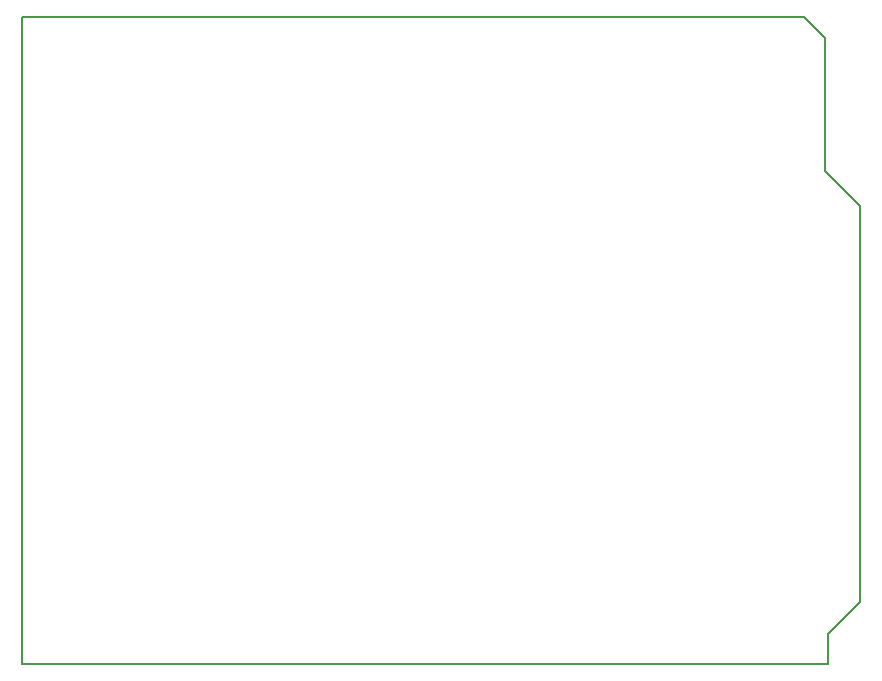
<source format=gbr>
%FSLAX34Y34*%
G04 Gerber Fmt 3.4, Leading zero omitted, Abs format*
G04 (created by PCBNEW (2014-02-26 BZR 4721)-product) date Wednesday, 20 August 2014 20:09:21*
%MOIN*%
G01*
G70*
G90*
G04 APERTURE LIST*
%ADD10C,0.005906*%
G04 APERTURE END LIST*
G54D10*
X30905Y-10334D02*
X31496Y-10334D01*
X30905Y-10433D02*
X30905Y-10334D01*
X30905Y-31889D02*
X30905Y-10433D01*
X57775Y-31889D02*
X30905Y-31889D01*
X57775Y-30905D02*
X57775Y-31889D01*
X58858Y-29822D02*
X57775Y-30905D01*
X58858Y-16633D02*
X58858Y-29822D01*
X57677Y-15452D02*
X58858Y-16633D01*
X57677Y-11023D02*
X57677Y-15452D01*
X56988Y-10334D02*
X57677Y-11023D01*
X31299Y-10334D02*
X56988Y-10334D01*
M02*

</source>
